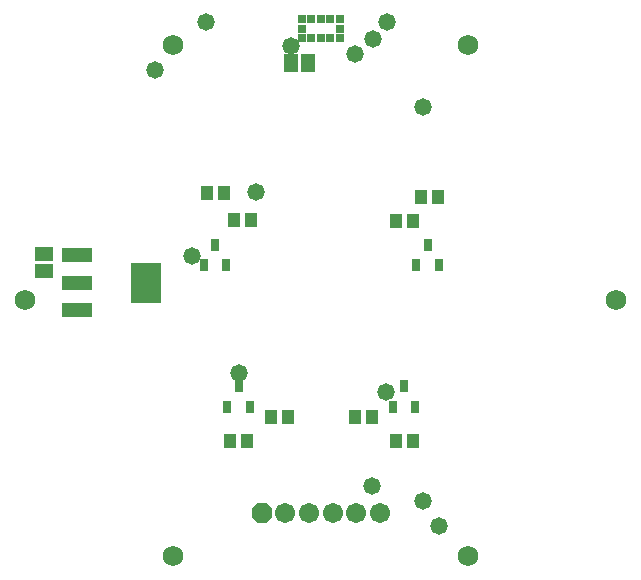
<source format=gts>
G04 Layer_Color=20142*
%FSLAX24Y24*%
%MOIN*%
G70*
G01*
G75*
%ADD27R,0.0513X0.0612*%
%ADD28R,0.1025X0.0474*%
%ADD29R,0.1025X0.1379*%
%ADD30R,0.0612X0.0513*%
%ADD31R,0.0434X0.0493*%
%ADD32R,0.0316X0.0434*%
%ADD33R,0.0316X0.0434*%
%ADD34R,0.0277X0.0277*%
%ADD35P,0.0726X8X202.5*%
%ADD36C,0.0671*%
%ADD37C,0.0680*%
%ADD38C,0.0580*%
D27*
X23189Y31535D02*
D03*
X22638D02*
D03*
D28*
X15512Y25118D02*
D03*
Y24213D02*
D03*
Y23307D02*
D03*
D29*
X17795Y24213D02*
D03*
D30*
X14409Y24606D02*
D03*
Y25157D02*
D03*
D31*
X26959Y27047D02*
D03*
X27530D02*
D03*
X26132Y26260D02*
D03*
X26703D02*
D03*
X19833Y27205D02*
D03*
X20404D02*
D03*
X24754Y19724D02*
D03*
X25325D02*
D03*
X26132Y18937D02*
D03*
X26703D02*
D03*
X21959Y19724D02*
D03*
X22530D02*
D03*
X20581Y18937D02*
D03*
X21152D02*
D03*
X20738Y26299D02*
D03*
X21309D02*
D03*
D32*
X27185Y25472D02*
D03*
X20098D02*
D03*
X26398Y20748D02*
D03*
X20886D02*
D03*
D33*
X27559Y24803D02*
D03*
X26811D02*
D03*
X20472D02*
D03*
X19724D02*
D03*
X26772Y20079D02*
D03*
X26024D02*
D03*
X21260D02*
D03*
X20512D02*
D03*
D34*
X24252Y32677D02*
D03*
X22992D02*
D03*
X24252Y32992D02*
D03*
X23937D02*
D03*
X24252Y32362D02*
D03*
X23937D02*
D03*
X22992Y32992D02*
D03*
Y32362D02*
D03*
X23307D02*
D03*
Y32992D02*
D03*
X23622D02*
D03*
Y32362D02*
D03*
D35*
X21654Y16535D02*
D03*
D36*
X22441D02*
D03*
X23228D02*
D03*
X24016D02*
D03*
X24803D02*
D03*
X25591D02*
D03*
D37*
X18701Y15098D02*
D03*
X28543D02*
D03*
X13780Y23622D02*
D03*
X18701Y32146D02*
D03*
X33465Y23622D02*
D03*
X28543Y32146D02*
D03*
D38*
X25810Y20560D02*
D03*
X27550Y16100D02*
D03*
X19330Y25090D02*
D03*
X21470Y27230D02*
D03*
X25370Y32320D02*
D03*
X18110Y31310D02*
D03*
X22630Y32090D02*
D03*
X27020Y16940D02*
D03*
X25325Y17420D02*
D03*
X20900Y21210D02*
D03*
X25819Y32900D02*
D03*
X19810D02*
D03*
X24774Y31840D02*
D03*
X27047Y30079D02*
D03*
M02*

</source>
